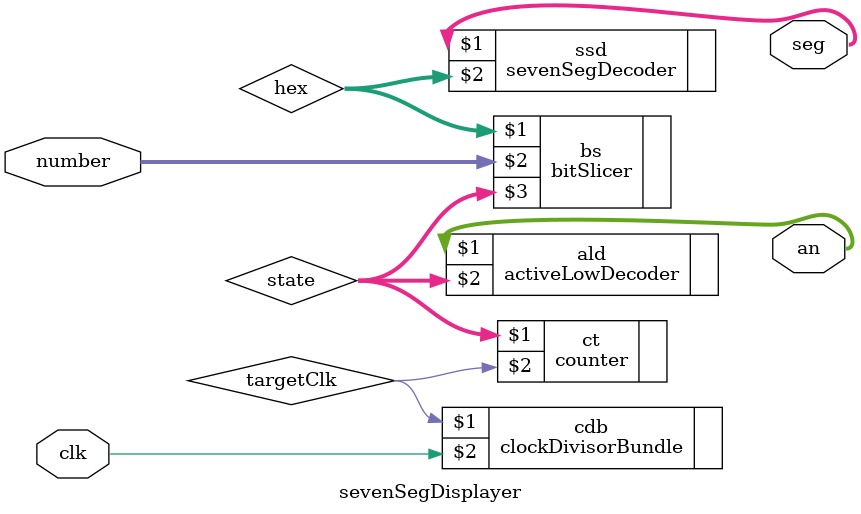
<source format=v>
`timescale 1ns / 1ps


module sevenSegDisplayer(
    output [6:0] seg,
    output [3:0] an,
    input clk,
    input [15:0] number
);
wire targetClk;
clockDivisorBundle #(18) cdb(targetClk, clk);

wire [1:0] state;
counter #(2) ct(state, targetClk);

activeLowDecoder #(2) ald(an, state);

wire [3:0] hex;
bitSlicer bs(hex, number, state);
sevenSegDecoder ssd(seg, hex);
endmodule

</source>
